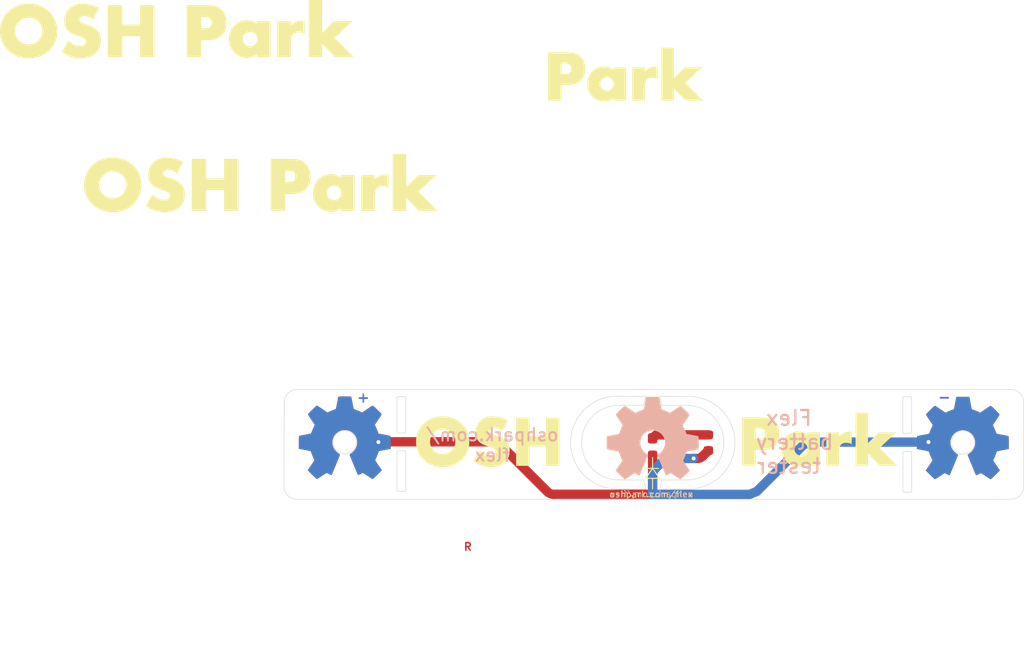
<source format=kicad_pcb>
(kicad_pcb (version 20201115) (generator pcbnew)
  (layers (0 "F.Cu" jumper) (31 "B.Cu" signal) (34 "B.Paste" user) (35 "F.Paste" user) (36 "B.SilkS" user "B.Silkscreen") (37 "F.SilkS" user "F.Silkscreen") (38 "B.Mask" user) (39 "F.Mask" user) (44 "Edge.Cuts" user))
  (net 0 "")
  (net 1 "GND")
  (net 2 "+3V3")
  (footprint "LED_SMD:LED_0603_1608Metric_Pad1.05x0.95mm_HandSolder" (layer "F.Cu") (at 153.21 96.03 90)
    (fp_text reference "D1" hide)
    (fp_text value "LED" hide)
    (pad "1" smd roundrect (at -0.875 0 90) (size 1.05 0.95) (layers "F.Cu" "F.Paste" "F.Mask") (net 2 "+3V3"))
    (pad "2" smd roundrect (at 0.875 0 90) (size 1.05 0.95) (layers "F.Cu" "F.Paste" "F.Mask") (net 1 "GND"))
  )
  (footprint "digikey-footprints:Diode_DO-35_P10mm" (layer "F.Cu") (at 153.21 93.98 -90)
    (fp_text reference "REF**" hide)
    (fp_text value "d" hide)
  )
  (footprint "flextester:oshpark-v2-osh" (layer "F.Cu") (at 118.4 92.46)
    (fp_text reference "Ref**" hide)
    (fp_text value "Val**" hide)
  )
  (footprint "afterdark:OSHW-Logo2_14.6x12mm_Copper" (layer "F.Cu") (at 184.4218 96.5152)
    (fp_text reference "J2" hide)
    (fp_text value "Conn_01x01_Female" hide)
  )
  (footprint "afterdark:OSHW-Logo2_14.6x12mm_Copper" (layer "F.Cu") (at 122.2418 96.4952)
    (fp_text reference "J2" hide)
    (fp_text value "Conn_01x01_Female" hide)
    (fp_poly (pts (xy 0.209014 -5.547002) (xy 0.367006 -5.546137) (xy 0.481347 -5.543795) (xy 0.559407 -5.539238) (xy 0.608554 -5.53173) (xy 0.636159 -5.520534) (xy 0.649592 -5.504912) (xy 0.656221 -5.484127) (xy 0.656865 -5.481437) (xy 0.666935 -5.432887) (xy 0.685575 -5.337095) (xy 0.710845 -5.204257) (xy 0.740807 -5.044569) (xy 0.773522 -4.868226) (xy 0.774664 -4.862033) (xy 0.807433 -4.689218) (xy 0.838093 -4.536531) (xy 0.864664 -4.413129) (xy 0.885167 -4.328169) (xy 0.897626 -4.29081) (xy 0.89822 -4.290148) (xy 0.934919 -4.271905) (xy 1.010586 -4.241503) (xy 1.108878 -4.205507) (xy 1.109425 -4.205315) (xy 1.233233 -4.158778) (xy 1.379196 -4.099496) (xy 1.516781 -4.039891) (xy 1.523293 -4.036944) (xy 1.74739 -3.935235) (xy 2.243619 -4.274103) (xy 2.395846 -4.377408) (xy 2.533741 -4.469763) (xy 2.649315 -4.545916) (xy 2.734579 -4.600615) (xy 2.781544 -4.628607) (xy 2.786004 -4.630683) (xy 2.820134 -4.62144) (xy 2.883881 -4.576844) (xy 2.979731 -4.494791) (xy 3.110169 -4.373179) (xy 3.243328 -4.243795) (xy 3.371694 -4.116298) (xy 3.486581 -3.999954) (xy 3.581073 -3.901948) (xy 3.648253 -3.829464) (xy 3.681206 -3.789687) (xy 3.682432 -3.787639) (xy 3.686074 -3.760344) (xy 3.67235 -3.715766) (xy 3.637869 -3.647888) (xy 3.579239 -3.550689) (xy 3.49307 -3.418149) (xy 3.3782 -3.247524) (xy 3.276254 -3.097345) (xy 3.185123 -2.96265) (xy 3.110073 -2.85126) (xy 3.056369 -2.770995) (xy 3.02928 -2.729675) (xy 3.027574 -2.72687) (xy 3.030882 -2.687279) (xy 3.055953 -2.610331) (xy 3.097798 -2.510568) (xy 3.112712 -2.478709) (xy 3.177786 -2.336774) (xy 3.247212 -2.175727) (xy 3.303609 -2.036379) (xy 3.344247 -1.932956) (xy 3.376526 -1.854358) (xy 3.395178 -1.81328) (xy 3.397497 -1.810115) (xy 3.431803 -1.804872) (xy 3.512669 -1.790506) (xy 3.629343 -1.769063) (xy 3.771075 -1.742587) (xy 3.92711 -1.713123) (xy 4.086698 -1.682717) (xy 4.239085 -1.653412) (xy 4.373521 -1.627255) (xy 4.479252 -1.60629) (xy 4.545526 -1.592561) (xy 4.561782 -1.58868) (xy 4.578573 -1.5791) (xy 4.591249 -1.557464) (xy 4.600378 -1.516469) (xy 4.606531 -1.448811) (xy 4.61028 -1.347188) (xy 4.612192 -1.204297) (xy 4.61284 -1.012835) (xy 4.612874 -0.934355) (xy 4.612874 -0.296094) (xy 4.459598 -0.26584) (xy 4.374322 -0.249436) (xy 4.24707 -0.225491) (xy 4.093315 -0.196893) (xy 3.928534 -0.166533) (xy 3.882989 -0.158194) (xy 3.730932 -0.12863) (xy 3.598468 -0.099558) (xy 3.496714 -0.073671) (xy 3.436788 -0.053663) (xy 3.426805 -0.047699) (xy 3.402293 -0.005466) (xy 3.367148 0.07637) (xy 3.328173 0.181683) (xy 3.320442 0.204368) (xy 3.26936 0.345018) (xy 3.205954 0.503714) (xy 3.143904 0.646225) (xy 3.143598 0.646886) (xy 3.040267 0.87044) (xy 3.719961 1.870232) (xy 3.283621 2.3073) (xy 3.151649 2.437381) (xy 3.031279 2.552048) (xy 2.929273 2.645181) (xy 2.852391 2.710658) (xy 2.807393 2.742357) (xy 2.800938 2.744368) (xy 2.76304 2.728529) (xy 2.685708 2.684496) (xy 2.577389 2.61749) (xy 2.446532 2.532734) (xy 2.305052 2.437816) (xy 2.161461 2.340998) (xy 2.033435 2.256751) (xy 1.929105 2.190258) (xy 1.8566 2.146702) (xy 1.824158 2.131264) (xy 1.784576 2.144328) (xy 1.709519 2.17875) (xy 1.614468 2.22738) (xy 1.604392 2.232785) (xy 1.476391 2.29698) (xy 1.388618 2.328463) (xy 1.334028 2.328798) (xy 1.305575 2.299548) (xy 1.30541 2.299138) (xy 1.291188 2.264498) (xy 1.257269 2.182269) (xy 1.206284 2.058814) (xy 1.140862 1.900498) (xy 1.063634 1.713686) (xy 0.977229 1.504742) (xy 0.893551 1.302446) (xy 0.801588 1.0792) (xy 0.71715 0.872392) (xy 0.642769 0.688362) (xy 0.580974 0.533451) (xy 0.534297 0.413996) (xy 0.505268 0.336339) (xy 0.496322 0.307356) (xy 0.518756 0.27411) (xy 0.577439 0.221123) (xy 0.655689 0.162704) (xy 0.878534 -0.022048) (xy 1.052718 -0.233818) (xy 1.176154 -0.468144) (xy 1.246754 -0.720566) (xy 1.262431 -0.986623) (xy 1.251036 -1.109425) (xy 1.18895 -1.364207) (xy 1.082023 -1.589199) (xy 0.936889 -1.782183) (xy 0.760178 -1.940939) (xy 0.558522 -2.06325) (xy 0.338554 -2.146895) (xy 0.106906 -2.189656) (xy -0.129791 -2.189313) (xy -0.364905 -2.143648) (xy -0.591804 -2.050441) (xy -0.803856 -1.907473) (xy -0.892364 -1.826617) (xy -1.062111 -1.618993) (xy -1.180301 -1.392105) (xy -1.247722 -1.152567) (xy -1.26516 -0.906993) (xy -1.233402 -0.661997) (xy -1.153235 -0.424192) (xy -1.025445 -0.200193) (xy -0.85082 0.003387) (xy -0.655688 0.162704) (xy -0.574409 0.223602) (xy -0.516991 0.276015) (xy -0.496322 0.307406) (xy -0.507144 0.341639) (xy -0.537923 0.423419) (xy -0.586126 0.546407) (xy -0.649222 0.704263) (xy -0.724678 0.890649) (xy -0.809962 1.099226) (xy -0.893781 1.302496) (xy -0.986255 1.525933) (xy -1.071911 1.732984) (xy -1.148118 1.917286) (xy -1.212247 2.072475) (xy -1.261668 2.192188) (xy -1.293752 2.270061) (xy -1.305641 2.299138) (xy -1.333726 2.328677) (xy -1.388051 2.328591) (xy -1.475605 2.297326) (xy -1.603381 2.233329) (xy -1.604392 2.232785) (xy -1.700598 2.183121) (xy -1.778369 2.146945) (xy -1.822223 2.131408) (xy -1.824158 2.131264) (xy -1.857171 2.147024) (xy -1.930054 2.19085) (xy -2.034678 2.257557) (xy -2.16291 2.341964) (xy -2.305052 2.437816) (xy -2.449767 2.534867) (xy -2.580196 2.61927) (xy -2.68789 2.685801) (xy -2.764402 2.729238) (xy -2.800938 2.744368) (xy -2.834582 2.724482) (xy -2.902224 2.668903) (xy -2.997107 2.583754) (xy -3.11247 2.475153) (xy -3.241555 2.349221) (xy -3.283771 2.307149) (xy -3.720261 1.869931) (xy -3.388023 1.38234) (xy -3.287054 1.232605) (xy -3.198438 1.09822) (xy -3.127146 0.986969) (xy -3.07815 0.906639) (xy -3.056422 0.865014) (xy -3.055785 0.862053) (xy -3.06724 0.822818) (xy -3.098051 0.743895) (xy -3.142884 0.638509) (xy -3.174353 0.567954) (xy -3.233192 0.432876) (xy -3.288604 0.296409) (xy -3.331564 0.181103) (xy -3.343234 0.145977) (xy -3.376389 0.052174) (xy -3.408799 -0.020306) (xy -3.426601 -0.047699) (xy -3.465886 -0.064464) (xy -3.551626 -0.08823) (xy -3.672697 -0.116303) (xy -3.817973 -0.145991) (xy -3.882988 -0.158194) (xy -4.048087 -0.188532) (xy -4.206448 -0.217907) (xy -4.342596 -0.243431) (xy -4.441057 -0.262215) (xy -4.459598 -0.26584) (xy -4.612873 -0.296094) (xy -4.612873 -0.934355) (xy -4.612529 -1.14423) (xy -4.611116 -1.30302) (xy -4.608064 -1.418027) (xy -4.602803 -1.496554) (xy -4.594763 -1.545904) (xy -4.583373 -1.573381) (xy -4.568063 -1.586287) (xy -4.561782 -1.58868) (xy -4.523896 -1.597167) (xy -4.440195 -1.6141) (xy -4.321433 -1.637434) (xy -4.178361 -1.665125) (xy -4.021732 -1.695127) (xy -3.862297 -1.725396) (xy -3.710809 -1.753885) (xy -3.578019 -1.778551) (xy -3.474681 -1.797349) (xy -3.411545 -1.808233) (xy -3.397497 -1.810115) (xy -3.38477 -1.835296) (xy -3.3566 -1.902378) (xy -3.318252 -1.998667) (xy -3.303609 -2.036379) (xy -3.244548 -2.182079) (xy -3.175 -2.343049) (xy -3.112712 -2.478709) (xy -3.066879 -2.582439) (xy -3.036387 -2.667674) (xy -3.026208 -2.719874) (xy -3.027831 -2.72687) (xy -3.049343 -2.759898) (xy -3.098465 -2.833357) (xy -3.169923 -2.939423) (xy -3.258445 -3.070274) (xy -3.358759 -3.218088) (xy -3.378594 -3.247266) (xy -3.494988 -3.420137) (xy -3.580548 -3.551774) (xy -3.638684 -3.648239) (xy -3.672808 -3.715592) (xy -3.686331 -3.759894) (xy -3.682664 -3.787206) (xy -3.68257 -3.78738) (xy -3.653707 -3.823254) (xy -3.589867 -3.892609) (xy -3.497969 -3.988255) (xy -3.384933 -4.103001) (xy -3.257679 -4.229659) (xy -3.243328 -4.243795) (xy -3.082957 -4.399097) (xy -2.959195 -4.51313) (xy -2.869555 -4.587998) (xy -2.811552 -4.625804) (xy -2.786004 -4.630683) (xy -2.748718 -4.609397) (xy -2.671343 -4.560227) (xy -2.561867 -4.488425) (xy -2.42828 -4.399245) (xy -2.27857 -4.297937) (xy -2.243618 -4.274103) (xy -1.74739 -3.935235) (xy -1.523293 -4.036944) (xy -1.387011 -4.096217) (xy -1.240724 -4.15583) (xy -1.114965 -4.20336) (xy -1.109425 -4.205315) (xy -1.011057 -4.241323) (xy -0.935229 -4.271771) (xy -0.898282 -4.290095) (xy -0.89822 -4.290148) (xy -0.886496 -4.323271) (xy -0.866568 -4.404733) (xy -0.840413 -4.525375) (xy -0.81001 -4.676041) (xy -0.777337 -4.847572) (xy -0.774664 -4.862033) (xy -0.74189 -5.038765) (xy -0.711802 -5.19919) (xy -0.686339 -5.333112) (xy -0.667441 -5.430337) (xy -0.657047 -5.480668) (xy -0.656865 -5.481437) (xy -0.650539 -5.502847) (xy -0.638239 -5.519012) (xy -0.612594 -5.530669) (xy -0.566235 -5.538555) (xy -0.491792 -5.543407) (xy -0.381895 -5.545961) (xy -0.229175 -5.546955) (xy -0.026262 -5.547126) (xy 0 -5.547126) (xy 0.209014 -5.547002)) (layer "F.Cu") (width 0.01) (fill solid))
  )
  (footprint "flextester:oshpark-v2-osh" (layer "F.Cu") (at 147.65 81.35)
    (fp_text reference "Ref**" hide)
    (fp_text value "Val**" hide)
  )
  (footprint "afterdark:OSHW-Logo2_14.6x12mm_Copper" (layer "F.Cu") (at 153.22 96.54)
    (fp_text reference "J2" hide)
    (fp_text value "Conn_01x01_Female" hide)
  )
  (footprint "afterdark:OSHW-Logo2_14.6x12mm_Copper" (layer "F.Cu") (at 122.2418 96.4952)
    (fp_text reference "J2" hide)
    (fp_text value "Conn_01x01_Female" hide)
  )
  (footprint "flextester:oshpark-v2-osh" (layer "F.Cu") (at 167.18 118.1)
    (fp_text reference "Ref**" hide)
    (fp_text value "Val**" hide)
  )
  (footprint "afterdark:OSHW-Logo2_14.6x12mm_Copper" (layer "F.Cu") (at 184.4218 96.5152)
    (fp_text reference "J2" hide)
    (fp_text value "Conn_01x01_Female" hide)
    (fp_poly (pts (xy 0.209014 -5.547002) (xy 0.367006 -5.546137) (xy 0.481347 -5.543795) (xy 0.559407 -5.539238) (xy 0.608554 -5.53173) (xy 0.636159 -5.520534) (xy 0.649592 -5.504912) (xy 0.656221 -5.484127) (xy 0.656865 -5.481437) (xy 0.666935 -5.432887) (xy 0.685575 -5.337095) (xy 0.710845 -5.204257) (xy 0.740807 -5.044569) (xy 0.773522 -4.868226) (xy 0.774664 -4.862033) (xy 0.807433 -4.689218) (xy 0.838093 -4.536531) (xy 0.864664 -4.413129) (xy 0.885167 -4.328169) (xy 0.897626 -4.29081) (xy 0.89822 -4.290148) (xy 0.934919 -4.271905) (xy 1.010586 -4.241503) (xy 1.108878 -4.205507) (xy 1.109425 -4.205315) (xy 1.233233 -4.158778) (xy 1.379196 -4.099496) (xy 1.516781 -4.039891) (xy 1.523293 -4.036944) (xy 1.74739 -3.935235) (xy 2.243619 -4.274103) (xy 2.395846 -4.377408) (xy 2.533741 -4.469763) (xy 2.649315 -4.545916) (xy 2.734579 -4.600615) (xy 2.781544 -4.628607) (xy 2.786004 -4.630683) (xy 2.820134 -4.62144) (xy 2.883881 -4.576844) (xy 2.979731 -4.494791) (xy 3.110169 -4.373179) (xy 3.243328 -4.243795) (xy 3.371694 -4.116298) (xy 3.486581 -3.999954) (xy 3.581073 -3.901948) (xy 3.648253 -3.829464) (xy 3.681206 -3.789687) (xy 3.682432 -3.787639) (xy 3.686074 -3.760344) (xy 3.67235 -3.715766) (xy 3.637869 -3.647888) (xy 3.579239 -3.550689) (xy 3.49307 -3.418149) (xy 3.3782 -3.247524) (xy 3.276254 -3.097345) (xy 3.185123 -2.96265) (xy 3.110073 -2.85126) (xy 3.056369 -2.770995) (xy 3.02928 -2.729675) (xy 3.027574 -2.72687) (xy 3.030882 -2.687279) (xy 3.055953 -2.610331) (xy 3.097798 -2.510568) (xy 3.112712 -2.478709) (xy 3.177786 -2.336774) (xy 3.247212 -2.175727) (xy 3.303609 -2.036379) (xy 3.344247 -1.932956) (xy 3.376526 -1.854358) (xy 3.395178 -1.81328) (xy 3.397497 -1.810115) (xy 3.431803 -1.804872) (xy 3.512669 -1.790506) (xy 3.629343 -1.769063) (xy 3.771075 -1.742587) (xy 3.92711 -1.713123) (xy 4.086698 -1.682717) (xy 4.239085 -1.653412) (xy 4.373521 -1.627255) (xy 4.479252 -1.60629) (xy 4.545526 -1.592561) (xy 4.561782 -1.58868) (xy 4.578573 -1.5791) (xy 4.591249 -1.557464) (xy 4.600378 -1.516469) (xy 4.606531 -1.448811) (xy 4.61028 -1.347188) (xy 4.612192 -1.204297) (xy 4.61284 -1.012835) (xy 4.612874 -0.934355) (xy 4.612874 -0.296094) (xy 4.459598 -0.26584) (xy 4.374322 -0.249436) (xy 4.24707 -0.225491) (xy 4.093315 -0.196893) (xy 3.928534 -0.166533) (xy 3.882989 -0.158194) (xy 3.730932 -0.12863) (xy 3.598468 -0.099558) (xy 3.496714 -0.073671) (xy 3.436788 -0.053663) (xy 3.426805 -0.047699) (xy 3.402293 -0.005466) (xy 3.367148 0.07637) (xy 3.328173 0.181683) (xy 3.320442 0.204368) (xy 3.26936 0.345018) (xy 3.205954 0.503714) (xy 3.143904 0.646225) (xy 3.143598 0.646886) (xy 3.040267 0.87044) (xy 3.719961 1.870232) (xy 3.283621 2.3073) (xy 3.151649 2.437381) (xy 3.031279 2.552048) (xy 2.929273 2.645181) (xy 2.852391 2.710658) (xy 2.807393 2.742357) (xy 2.800938 2.744368) (xy 2.76304 2.728529) (xy 2.685708 2.684496) (xy 2.577389 2.61749) (xy 2.446532 2.532734) (xy 2.305052 2.437816) (xy 2.161461 2.340998) (xy 2.033435 2.256751) (xy 1.929105 2.190258) (xy 1.8566 2.146702) (xy 1.824158 2.131264) (xy 1.784576 2.144328) (xy 1.709519 2.17875) (xy 1.614468 2.22738) (xy 1.604392 2.232785) (xy 1.476391 2.29698) (xy 1.388618 2.328463) (xy 1.334028 2.328798) (xy 1.305575 2.299548) (xy 1.30541 2.299138) (xy 1.291188 2.264498) (xy 1.257269 2.182269) (xy 1.206284 2.058814) (xy 1.140862 1.900498) (xy 1.063634 1.713686) (xy 0.977229 1.504742) (xy 0.893551 1.302446) (xy 0.801588 1.0792) (xy 0.71715 0.872392) (xy 0.642769 0.688362) (xy 0.580974 0.533451) (xy 0.534297 0.413996) (xy 0.505268 0.336339) (xy 0.496322 0.307356) (xy 0.518756 0.27411) (xy 0.577439 0.221123) (xy 0.655689 0.162704) (xy 0.878534 -0.022048) (xy 1.052718 -0.233818) (xy 1.176154 -0.468144) (xy 1.246754 -0.720566) (xy 1.262431 -0.986623) (xy 1.251036 -1.109425) (xy 1.18895 -1.364207) (xy 1.082023 -1.589199) (xy 0.936889 -1.782183) (xy 0.760178 -1.940939) (xy 0.558522 -2.06325) (xy 0.338554 -2.146895) (xy 0.106906 -2.189656) (xy -0.129791 -2.189313) (xy -0.364905 -2.143648) (xy -0.591804 -2.050441) (xy -0.803856 -1.907473) (xy -0.892364 -1.826617) (xy -1.062111 -1.618993) (xy -1.180301 -1.392105) (xy -1.247722 -1.152567) (xy -1.26516 -0.906993) (xy -1.233402 -0.661997) (xy -1.153235 -0.424192) (xy -1.025445 -0.200193) (xy -0.85082 0.003387) (xy -0.655688 0.162704) (xy -0.574409 0.223602) (xy -0.516991 0.276015) (xy -0.496322 0.307406) (xy -0.507144 0.341639) (xy -0.537923 0.423419) (xy -0.586126 0.546407) (xy -0.649222 0.704263) (xy -0.724678 0.890649) (xy -0.809962 1.099226) (xy -0.893781 1.302496) (xy -0.986255 1.525933) (xy -1.071911 1.732984) (xy -1.148118 1.917286) (xy -1.212247 2.072475) (xy -1.261668 2.192188) (xy -1.293752 2.270061) (xy -1.305641 2.299138) (xy -1.333726 2.328677) (xy -1.388051 2.328591) (xy -1.475605 2.297326) (xy -1.603381 2.233329) (xy -1.604392 2.232785) (xy -1.700598 2.183121) (xy -1.778369 2.146945) (xy -1.822223 2.131408) (xy -1.824158 2.131264) (xy -1.857171 2.147024) (xy -1.930054 2.19085) (xy -2.034678 2.257557) (xy -2.16291 2.341964) (xy -2.305052 2.437816) (xy -2.449767 2.534867) (xy -2.580196 2.61927) (xy -2.68789 2.685801) (xy -2.764402 2.729238) (xy -2.800938 2.744368) (xy -2.834582 2.724482) (xy -2.902224 2.668903) (xy -2.997107 2.583754) (xy -3.11247 2.475153) (xy -3.241555 2.349221) (xy -3.283771 2.307149) (xy -3.720261 1.869931) (xy -3.388023 1.38234) (xy -3.287054 1.232605) (xy -3.198438 1.09822) (xy -3.127146 0.986969) (xy -3.07815 0.906639) (xy -3.056422 0.865014) (xy -3.055785 0.862053) (xy -3.06724 0.822818) (xy -3.098051 0.743895) (xy -3.142884 0.638509) (xy -3.174353 0.567954) (xy -3.233192 0.432876) (xy -3.288604 0.296409) (xy -3.331564 0.181103) (xy -3.343234 0.145977) (xy -3.376389 0.052174) (xy -3.408799 -0.020306) (xy -3.426601 -0.047699) (xy -3.465886 -0.064464) (xy -3.551626 -0.08823) (xy -3.672697 -0.116303) (xy -3.817973 -0.145991) (xy -3.882988 -0.158194) (xy -4.048087 -0.188532) (xy -4.206448 -0.217907) (xy -4.342596 -0.243431) (xy -4.441057 -0.262215) (xy -4.459598 -0.26584) (xy -4.612873 -0.296094) (xy -4.612873 -0.934355) (xy -4.612529 -1.14423) (xy -4.611116 -1.30302) (xy -4.608064 -1.418027) (xy -4.602803 -1.496554) (xy -4.594763 -1.545904) (xy -4.583373 -1.573381) (xy -4.568063 -1.586287) (xy -4.561782 -1.58868) (xy -4.523896 -1.597167) (xy -4.440195 -1.6141) (xy -4.321433 -1.637434) (xy -4.178361 -1.665125) (xy -4.021732 -1.695127) (xy -3.862297 -1.725396) (xy -3.710809 -1.753885) (xy -3.578019 -1.778551) (xy -3.474681 -1.797349) (xy -3.411545 -1.808233) (xy -3.397497 -1.810115) (xy -3.38477 -1.835296) (xy -3.3566 -1.902378) (xy -3.318252 -1.998667) (xy -3.303609 -2.036379) (xy -3.244548 -2.182079) (xy -3.175 -2.343049) (xy -3.112712 -2.478709) (xy -3.066879 -2.582439) (xy -3.036387 -2.667674) (xy -3.026208 -2.719874) (xy -3.027831 -2.72687) (xy -3.049343 -2.759898) (xy -3.098465 -2.833357) (xy -3.169923 -2.939423) (xy -3.258445 -3.070274) (xy -3.358759 -3.218088) (xy -3.378594 -3.247266) (xy -3.494988 -3.420137) (xy -3.580548 -3.551774) (xy -3.638684 -3.648239) (xy -3.672808 -3.715592) (xy -3.686331 -3.759894) (xy -3.682664 -3.787206) (xy -3.68257 -3.78738) (xy -3.653707 -3.823254) (xy -3.589867 -3.892609) (xy -3.497969 -3.988255) (xy -3.384933 -4.103001) (xy -3.257679 -4.229659) (xy -3.243328 -4.243795) (xy -3.082957 -4.399097) (xy -2.959195 -4.51313) (xy -2.869555 -4.587998) (xy -2.811552 -4.625804) (xy -2.786004 -4.630683) (xy -2.748718 -4.609397) (xy -2.671343 -4.560227) (xy -2.561867 -4.488425) (xy -2.42828 -4.399245) (xy -2.27857 -4.297937) (xy -2.243618 -4.274103) (xy -1.74739 -3.935235) (xy -1.523293 -4.036944) (xy -1.387011 -4.096217) (xy -1.240724 -4.15583) (xy -1.114965 -4.20336) (xy -1.109425 -4.205315) (xy -1.011057 -4.241323) (xy -0.935229 -4.271771) (xy -0.898282 -4.290095) (xy -0.89822 -4.290148) (xy -0.886496 -4.323271) (xy -0.866568 -4.404733) (xy -0.840413 -4.525375) (xy -0.81001 -4.676041) (xy -0.777337 -4.847572) (xy -0.774664 -4.862033) (xy -0.74189 -5.038765) (xy -0.711802 -5.19919) (xy -0.686339 -5.333112) (xy -0.667441 -5.430337) (xy -0.657047 -5.480668) (xy -0.656865 -5.481437) (xy -0.650539 -5.502847) (xy -0.638239 -5.519012) (xy -0.612594 -5.530669) (xy -0.566235 -5.538555) (xy -0.491792 -5.543407) (xy -0.381895 -5.545961) (xy -0.229175 -5.546955) (xy -0.026262 -5.547126) (xy 0 -5.547126) (xy 0.209014 -5.547002)) (layer "F.Cu") (width 0.01) (fill solid))
  )
  (footprint "flextester:oshpark-v2-osh" (layer "F.Cu") (at 151.8 118.12)
    (fp_text reference "Ref**" hide)
    (fp_text value "Val**" hide)
  )
  (footprint "Resistor_SMD:R_0603_1608Metric" (layer "F.Cu") (at 158.82 95.59 90)
    (fp_text reference "REF**" hide)
    (fp_text value "R_0603_1608Metric" hide)
    (pad "1" smd roundrect (at -0.7875 0 90) (size 0.875 0.95) (layers "F.Cu" "F.Paste" "F.Mask"))
    (pad "2" smd roundrect (at 0.7875 0 90) (size 0.875 0.95) (layers "F.Cu" "F.Paste" "F.Mask"))
  )
  (footprint "flextester:oshpark-v2-osh" (layer "F.Cu") (at 109.95 76.97)
    (fp_text reference "Ref**" hide)
    (fp_text value "Val**" hide)
  )
  (footprint "afterdark:OSHW-Logo2_14.6x12mm_Copper" (layer "B.Cu") (at 122.2418 96.4952 180)
    (fp_text reference "J2" hide)
    (fp_text value "Conn_01x01_Female" hide)
  )
  (footprint "afterdark:OSHW-Logo2_14.6x12mm_Copper" (layer "B.Cu") (at 184.4318 96.5152 180)
    (fp_text reference "J2" hide)
    (fp_text value "Conn_01x01_Female" hide)
  )
  (footprint "afterdark:OSHW-Logo2_14.6x12mm_Copper" (layer "B.Cu") (at 153.22 96.53 180)
    (fp_text reference "J2" hide)
    (fp_text value "Conn_01x01_Female" hide)
  )
  (footprint "afterdark:OSHW-Logo2_14.6x12mm_Copper" (layer "B.Cu") (at 184.4218 96.5152 180)
    (fp_text reference "J2" hide)
    (fp_text value "Conn_01x01_Female" hide)
    (fp_poly (pts (xy 0.209014 5.547002) (xy 0.367006 5.546137) (xy 0.481347 5.543795) (xy 0.559407 5.539238) (xy 0.608554 5.53173) (xy 0.636159 5.520534) (xy 0.649592 5.504912) (xy 0.656221 5.484127) (xy 0.656865 5.481437) (xy 0.666935 5.432887) (xy 0.685575 5.337095) (xy 0.710845 5.204257) (xy 0.740807 5.044569) (xy 0.773522 4.868226) (xy 0.774664 4.862033) (xy 0.807433 4.689218) (xy 0.838093 4.536531) (xy 0.864664 4.413129) (xy 0.885167 4.328169) (xy 0.897626 4.29081) (xy 0.89822 4.290148) (xy 0.934919 4.271905) (xy 1.010586 4.241503) (xy 1.108878 4.205507) (xy 1.109425 4.205315) (xy 1.233233 4.158778) (xy 1.379196 4.099496) (xy 1.516781 4.039891) (xy 1.523293 4.036944) (xy 1.74739 3.935235) (xy 2.243619 4.274103) (xy 2.395846 4.377408) (xy 2.533741 4.469763) (xy 2.649315 4.545916) (xy 2.734579 4.600615) (xy 2.781544 4.628607) (xy 2.786004 4.630683) (xy 2.820134 4.62144) (xy 2.883881 4.576844) (xy 2.979731 4.494791) (xy 3.110169 4.373179) (xy 3.243328 4.243795) (xy 3.371694 4.116298) (xy 3.486581 3.999954) (xy 3.581073 3.901948) (xy 3.648253 3.829464) (xy 3.681206 3.789687) (xy 3.682432 3.787639) (xy 3.686074 3.760344) (xy 3.67235 3.715766) (xy 3.637869 3.647888) (xy 3.579239 3.550689) (xy 3.49307 3.418149) (xy 3.3782 3.247524) (xy 3.276254 3.097345) (xy 3.185123 2.96265) (xy 3.110073 2.85126) (xy 3.056369 2.770995) (xy 3.02928 2.729675) (xy 3.027574 2.72687) (xy 3.030882 2.687279) (xy 3.055953 2.610331) (xy 3.097798 2.510568) (xy 3.112712 2.478709) (xy 3.177786 2.336774) (xy 3.247212 2.175727) (xy 3.303609 2.036379) (xy 3.344247 1.932956) (xy 3.376526 1.854358) (xy 3.395178 1.81328) (xy 3.397497 1.810115) (xy 3.431803 1.804872) (xy 3.512669 1.790506) (xy 3.629343 1.769063) (xy 3.771075 1.742587) (xy 3.92711 1.713123) (xy 4.086698 1.682717) (xy 4.239085 1.653412) (xy 4.373521 1.627255) (xy 4.479252 1.60629) (xy 4.545526 1.592561) (xy 4.561782 1.58868) (xy 4.578573 1.5791) (xy 4.591249 1.557464) (xy 4.600378 1.516469) (xy 4.606531 1.448811) (xy 4.61028 1.347188) (xy 4.612192 1.204297) (xy 4.61284 1.012835) (xy 4.612874 0.934355) (xy 4.612874 0.296094) (xy 4.459598 0.26584) (xy 4.374322 0.249436) (xy 4.24707 0.225491) (xy 4.093315 0.196893) (xy 3.928534 0.166533) (xy 3.882989 0.158194) (xy 3.730932 0.12863) (xy 3.598468 0.099558) (xy 3.496714 0.073671) (xy 3.436788 0.053663) (xy 3.426805 0.047699) (xy 3.402293 0.005466) (xy 3.367148 -0.07637) (xy 3.328173 -0.181683) (xy 3.320442 -0.204368) (xy 3.26936 -0.345018) (xy 3.205954 -0.503714) (xy 3.143904 -0.646225) (xy 3.143598 -0.646886) (xy 3.040267 -0.87044) (xy 3.719961 -1.870232) (xy 3.283621 -2.3073) (xy 3.151649 -2.437381) (xy 3.031279 -2.552048) (xy 2.929273 -2.645181) (xy 2.852391 -2.710658) (xy 2.807393 -2.742357) (xy 2.800938 -2.744368) (xy 2.76304 -2.728529) (xy 2.685708 -2.684496) (xy 2.577389 -2.61749) (xy 2.446532 -2.532734) (xy 2.305052 -2.437816) (xy 2.161461 -2.340998) (xy 2.033435 -2.256751) (xy 1.929105 -2.190258) (xy 1.8566 -2.146702) (xy 1.824158 -2.131264) (xy 1.784576 -2.144328) (xy 1.709519 -2.17875) (xy 1.614468 -2.22738) (xy 1.604392 -2.232785) (xy 1.476391 -2.29698) (xy 1.388618 -2.328463) (xy 1.334028 -2.328798) (xy 1.305575 -2.299548) (xy 1.30541 -2.299138) (xy 1.291188 -2.264498) (xy 1.257269 -2.182269) (xy 1.206284 -2.058814) (xy 1.140862 -1.900498) (xy 1.063634 -1.713686) (xy 0.977229 -1.504742) (xy 0.893551 -1.302446) (xy 0.801588 -1.0792) (xy 0.71715 -0.872392) (xy 0.642769 -0.688362) (xy 0.580974 -0.533451) (xy 0.534297 -0.413996) (xy 0.505268 -0.336339) (xy 0.496322 -0.307356) (xy 0.518756 -0.27411) (xy 0.577439 -0.221123) (xy 0.655689 -0.162704) (xy 0.878534 0.022048) (xy 1.052718 0.233818) (xy 1.176154 0.468144) (xy 1.246754 0.720566) (xy 1.262431 0.986623) (xy 1.251036 1.109425) (xy 1.18895 1.364207) (xy 1.082023 1.589199) (xy 0.936889 1.782183) (xy 0.760178 1.940939) (xy 0.558522 2.06325) (xy 0.338554 2.146895) (xy 0.106906 2.189656) (xy -0.129791 2.189313) (xy -0.364905 2.143648) (xy -0.591804 2.050441) (xy -0.803856 1.907473) (xy -0.892364 1.826617) (xy -1.062111 1.618993) (xy -1.180301 1.392105) (xy -1.247722 1.152567) (xy -1.26516 0.906993) (xy -1.233402 0.661997) (xy -1.153235 0.424192) (xy -1.025445 0.200193) (xy -0.85082 -0.003387) (xy -0.655688 -0.162704) (xy -0.574409 -0.223602) (xy -0.516991 -0.276015) (xy -0.496322 -0.307406) (xy -0.507144 -0.341639) (xy -0.537923 -0.423419) (xy -0.586126 -0.546407) (xy -0.649222 -0.704263) (xy -0.724678 -0.890649) (xy -0.809962 -1.099226) (xy -0.893781 -1.302496) (xy -0.986255 -1.525933) (xy -1.071911 -1.732984) (xy -1.148118 -1.917286) (xy -1.212247 -2.072475) (xy -1.261668 -2.192188) (xy -1.293752 -2.270061) (xy -1.305641 -2.299138) (xy -1.333726 -2.328677) (xy -1.388051 -2.328591) (xy -1.475605 -2.297326) (xy -1.603381 -2.233329) (xy -1.604392 -2.232785) (xy -1.700598 -2.183121) (xy -1.778369 -2.146945) (xy -1.822223 -2.131408) (xy -1.824158 -2.131264) (xy -1.857171 -2.147024) (xy -1.930054 -2.19085) (xy -2.034678 -2.257557) (xy -2.16291 -2.341964) (xy -2.305052 -2.437816) (xy -2.449767 -2.534867) (xy -2.580196 -2.61927) (xy -2.68789 -2.685801) (xy -2.764402 -2.729238) (xy -2.800938 -2.744368) (xy -2.834582 -2.724482) (xy -2.902224 -2.668903) (xy -2.997107 -2.583754) (xy -3.11247 -2.475153) (xy -3.241555 -2.349221) (xy -3.283771 -2.307149) (xy -3.720261 -1.869931) (xy -3.388023 -1.38234) (xy -3.287054 -1.232605) (xy -3.198438 -1.09822) (xy -3.127146 -0.986969) (xy -3.07815 -0.906639) (xy -3.056422 -0.865014) (xy -3.055785 -0.862053) (xy -3.06724 -0.822818) (xy -3.098051 -0.743895) (xy -3.142884 -0.638509) (xy -3.174353 -0.567954) (xy -3.233192 -0.432876) (xy -3.288604 -0.296409) (xy -3.331564 -0.181103) (xy -3.343234 -0.145977) (xy -3.376389 -0.052174) (xy -3.408799 0.020306) (xy -3.426601 0.047699) (xy -3.465886 0.064464) (xy -3.551626 0.08823) (xy -3.672697 0.116303) (xy -3.817973 0.145991) (xy -3.882988 0.158194) (xy -4.048087 0.188532) (xy -4.206448 0.217907) (xy -4.342596 0.243431) (xy -4.441057 0.262215) (xy -4.459598 0.26584) (xy -4.612873 0.296094) (xy -4.612873 0.934355) (xy -4.612529 1.14423) (xy -4.611116 1.30302) (xy -4.608064 1.418027) (xy -4.602803 1.496554) (xy -4.594763 1.545904) (xy -4.583373 1.573381) (xy -4.568063 1.586287) (xy -4.561782 1.58868) (xy -4.523896 1.597167) (xy -4.440195 1.6141) (xy -4.321433 1.637434) (xy -4.178361 1.665125) (xy -4.021732 1.695127) (xy -3.862297 1.725396) (xy -3.710809 1.753885) (xy -3.578019 1.778551) (xy -3.474681 1.797349) (xy -3.411545 1.808233) (xy -3.397497 1.810115) (xy -3.38477 1.835296) (xy -3.3566 1.902378) (xy -3.318252 1.998667) (xy -3.303609 2.036379) (xy -3.244548 2.182079) (xy -3.175 2.343049) (xy -3.112712 2.478709) (xy -3.066879 2.582439) (xy -3.036387 2.667674) (xy -3.026208 2.719874) (xy -3.027831 2.72687) (xy -3.049343 2.759898) (xy -3.098465 2.833357) (xy -3.169923 2.939423) (xy -3.258445 3.070274) (xy -3.358759 3.218088) (xy -3.378594 3.247266) (xy -3.494988 3.420137) (xy -3.580548 3.551774) (xy -3.638684 3.648239) (xy -3.672808 3.715592) (xy -3.686331 3.759894) (xy -3.682664 3.787206) (xy -3.68257 3.78738) (xy -3.653707 3.823254) (xy -3.589867 3.892609) (xy -3.497969 3.988255) (xy -3.384933 4.103001) (xy -3.257679 4.229659) (xy -3.243328 4.243795) (xy -3.082957 4.399097) (xy -2.959195 4.51313) (xy -2.869555 4.587998) (xy -2.811552 4.625804) (xy -2.786004 4.630683) (xy -2.748718 4.609397) (xy -2.671343 4.560227) (xy -2.561867 4.488425) (xy -2.42828 4.399245) (xy -2.27857 4.297937) (xy -2.243618 4.274103) (xy -1.74739 3.935235) (xy -1.523293 4.036944) (xy -1.387011 4.096217) (xy -1.240724 4.15583) (xy -1.114965 4.20336) (xy -1.109425 4.205315) (xy -1.011057 4.241323) (xy -0.935229 4.271771) (xy -0.898282 4.290095) (xy -0.89822 4.290148) (xy -0.886496 4.323271) (xy -0.866568 4.404733) (xy -0.840413 4.525375) (xy -0.81001 4.676041) (xy -0.777337 4.847572) (xy -0.774664 4.862033) (xy -0.74189 5.038765) (xy -0.711802 5.19919) (xy -0.686339 5.333112) (xy -0.667441 5.430337) (xy -0.657047 5.480668) (xy -0.656865 5.481437) (xy -0.650539 5.502847) (xy -0.638239 5.519012) (xy -0.612594 5.530669) (xy -0.566235 5.538555) (xy -0.491792 5.543407) (xy -0.381895 5.545961) (xy -0.229175 5.546955) (xy -0.026262 5.547126) (xy 0 5.547126) (xy 0.209014 5.547002)) (layer "B.Cu") (width 0.01) (fill solid))
  )
  (footprint "afterdark:OSHW-Logo2_14.6x12mm_Copper" (layer "B.Cu") (at 122.2418 96.4952 180)
    (fp_text reference "J2" hide)
    (fp_text value "Conn_01x01_Female" hide)
    (fp_poly (pts (xy 0.209014 5.547002) (xy 0.367006 5.546137) (xy 0.481347 5.543795) (xy 0.559407 5.539238) (xy 0.608554 5.53173) (xy 0.636159 5.520534) (xy 0.649592 5.504912) (xy 0.656221 5.484127) (xy 0.656865 5.481437) (xy 0.666935 5.432887) (xy 0.685575 5.337095) (xy 0.710845 5.204257) (xy 0.740807 5.044569) (xy 0.773522 4.868226) (xy 0.774664 4.862033) (xy 0.807433 4.689218) (xy 0.838093 4.536531) (xy 0.864664 4.413129) (xy 0.885167 4.328169) (xy 0.897626 4.29081) (xy 0.89822 4.290148) (xy 0.934919 4.271905) (xy 1.010586 4.241503) (xy 1.108878 4.205507) (xy 1.109425 4.205315) (xy 1.233233 4.158778) (xy 1.379196 4.099496) (xy 1.516781 4.039891) (xy 1.523293 4.036944) (xy 1.74739 3.935235) (xy 2.243619 4.274103) (xy 2.395846 4.377408) (xy 2.533741 4.469763) (xy 2.649315 4.545916) (xy 2.734579 4.600615) (xy 2.781544 4.628607) (xy 2.786004 4.630683) (xy 2.820134 4.62144) (xy 2.883881 4.576844) (xy 2.979731 4.494791) (xy 3.110169 4.373179) (xy 3.243328 4.243795) (xy 3.371694 4.116298) (xy 3.486581 3.999954) (xy 3.581073 3.901948) (xy 3.648253 3.829464) (xy 3.681206 3.789687) (xy 3.682432 3.787639) (xy 3.686074 3.760344) (xy 3.67235 3.715766) (xy 3.637869 3.647888) (xy 3.579239 3.550689) (xy 3.49307 3.418149) (xy 3.3782 3.247524) (xy 3.276254 3.097345) (xy 3.185123 2.96265) (xy 3.110073 2.85126) (xy 3.056369 2.770995) (xy 3.02928 2.729675) (xy 3.027574 2.72687) (xy 3.030882 2.687279) (xy 3.055953 2.610331) (xy 3.097798 2.510568) (xy 3.112712 2.478709) (xy 3.177786 2.336774) (xy 3.247212 2.175727) (xy 3.303609 2.036379) (xy 3.344247 1.932956) (xy 3.376526 1.854358) (xy 3.395178 1.81328) (xy 3.397497 1.810115) (xy 3.431803 1.804872) (xy 3.512669 1.790506) (xy 3.629343 1.769063) (xy 3.771075 1.742587) (xy 3.92711 1.713123) (xy 4.086698 1.682717) (xy 4.239085 1.653412) (xy 4.373521 1.627255) (xy 4.479252 1.60629) (xy 4.545526 1.592561) (xy 4.561782 1.58868) (xy 4.578573 1.5791) (xy 4.591249 1.557464) (xy 4.600378 1.516469) (xy 4.606531 1.448811) (xy 4.61028 1.347188) (xy 4.612192 1.204297) (xy 4.61284 1.012835) (xy 4.612874 0.934355) (xy 4.612874 0.296094) (xy 4.459598 0.26584) (xy 4.374322 0.249436) (xy 4.24707 0.225491) (xy 4.093315 0.196893) (xy 3.928534 0.166533) (xy 3.882989 0.158194) (xy 3.730932 0.12863) (xy 3.598468 0.099558) (xy 3.496714 0.073671) (xy 3.436788 0.053663) (xy 3.426805 0.047699) (xy 3.402293 0.005466) (xy 3.367148 -0.07637) (xy 3.328173 -0.181683) (xy 3.320442 -0.204368) (xy 3.26936 -0.345018) (xy 3.205954 -0.503714) (xy 3.143904 -0.646225) (xy 3.143598 -0.646886) (xy 3.040267 -0.87044) (xy 3.719961 -1.870232) (xy 3.283621 -2.3073) (xy 3.151649 -2.437381) (xy 3.031279 -2.552048) (xy 2.929273 -2.645181) (xy 2.852391 -2.710658) (xy 2.807393 -2.742357) (xy 2.800938 -2.744368) (xy 2.76304 -2.728529) (xy 2.685708 -2.684496) (xy 2.577389 -2.61749) (xy 2.446532 -2.532734) (xy 2.305052 -2.437816) (xy 2.161461 -2.340998) (xy 2.033435 -2.256751) (xy 1.929105 -2.190258) (xy 1.8566 -2.146702) (xy 1.824158 -2.131264) (xy 1.784576 -2.144328) (xy 1.709519 -2.17875) (xy 1.614468 -2.22738) (xy 1.604392 -2.232785) (xy 1.476391 -2.29698) (xy 1.388618 -2.328463) (xy 1.334028 -2.328798) (xy 1.305575 -2.299548) (xy 1.30541 -2.299138) (xy 1.291188 -2.264498) (xy 1.257269 -2.182269) (xy 1.206284 -2.058814) (xy 1.140862 -1.900498) (xy 1.063634 -1.713686) (xy 0.977229 -1.504742) (xy 0.893551 -1.302446) (xy 0.801588 -1.0792) (xy 0.71715 -0.872392) (xy 0.642769 -0.688362) (xy 0.580974 -0.533451) (xy 0.534297 -0.413996) (xy 0.505268 -0.336339) (xy 0.496322 -0.307356) (xy 0.518756 -0.27411) (xy 0.577439 -0.221123) (xy 0.655689 -0.162704) (xy 0.878534 0.022048) (xy 1.052718 0.233818) (xy 1.176154 0.468144) (xy 1.246754 0.720566) (xy 1.262431 0.986623) (xy 1.251036 1.109425) (xy 1.18895 1.364207) (xy 1.082023 1.589199) (xy 0.936889 1.782183) (xy 0.760178 1.940939) (xy 0.558522 2.06325) (xy 0.338554 2.146895) (xy 0.106906 2.189656) (xy -0.129791 2.189313) (xy -0.364905 2.143648) (xy -0.591804 2.050441) (xy -0.803856 1.907473) (xy -0.892364 1.826617) (xy -1.062111 1.618993) (xy -1.180301 1.392105) (xy -1.247722 1.152567) (xy -1.26516 0.906993) (xy -1.233402 0.661997) (xy -1.153235 0.424192) (xy -1.025445 0.200193) (xy -0.85082 -0.003387) (xy -0.655688 -0.162704) (xy -0.574409 -0.223602) (xy -0.516991 -0.276015) (xy -0.496322 -0.307406) (xy -0.507144 -0.341639) (xy -0.537923 -0.423419) (xy -0.586126 -0.546407) (xy -0.649222 -0.704263) (xy -0.724678 -0.890649) (xy -0.809962 -1.099226) (xy -0.893781 -1.302496) (xy -0.986255 -1.525933) (xy -1.071911 -1.732984) (xy -1.148118 -1.917286) (xy -1.212247 -2.072475) (xy -1.261668 -2.192188) (xy -1.293752 -2.270061) (xy -1.305641 -2.299138) (xy -1.333726 -2.328677) (xy -1.388051 -2.328591) (xy -1.475605 -2.297326) (xy -1.603381 -2.233329) (xy -1.604392 -2.232785) (xy -1.700598 -2.183121) (xy -1.778369 -2.146945) (xy -1.822223 -2.131408) (xy -1.824158 -2.131264) (xy -1.857171 -2.147024) (xy -1.930054 -2.19085) (xy -2.034678 -2.257557) (xy -2.16291 -2.341964) (xy -2.305052 -2.437816) (xy -2.449767 -2.534867) (xy -2.580196 -2.61927) (xy -2.68789 -2.685801) (xy -2.764402 -2.729238) (xy -2.800938 -2.744368) (xy -2.834582 -2.724482) (xy -2.902224 -2.668903) (xy -2.997107 -2.583754) (xy -3.11247 -2.475153) (xy -3.241555 -2.349221) (xy -3.283771 -2.307149) (xy -3.720261 -1.869931) (xy -3.388023 -1.38234) (xy -3.287054 -1.232605) (xy -3.198438 -1.09822) (xy -3.127146 -0.986969) (xy -3.07815 -0.906639) (xy -3.056422 -0.865014) (xy -3.055785 -0.862053) (xy -3.06724 -0.822818) (xy -3.098051 -0.743895) (xy -3.142884 -0.638509) (xy -3.174353 -0.567954) (xy -3.233192 -0.432876) (xy -3.288604 -0.296409) (xy -3.331564 -0.181103) (xy -3.343234 -0.145977) (xy -3.376389 -0.052174) (xy -3.408799 0.020306) (xy -3.426601 0.047699) (xy -3.465886 0.064464) (xy -3.551626 0.08823) (xy -3.672697 0.116303) (xy -3.817973 0.145991) (xy -3.882988 0.158194) (xy -4.048087 0.188532) (xy -4.206448 0.217907) (xy -4.342596 0.243431) (xy -4.441057 0.262215) (xy -4.459598 0.26584) (xy -4.612873 0.296094) (xy -4.612873 0.934355) (xy -4.612529 1.14423) (xy -4.611116 1.30302) (xy -4.608064 1.418027) (xy -4.602803 1.496554) (xy -4.594763 1.545904) (xy -4.583373 1.573381) (xy -4.568063 1.586287) (xy -4.561782 1.58868) (xy -4.523896 1.597167) (xy -4.440195 1.6141) (xy -4.321433 1.637434) (xy -4.178361 1.665125) (xy -4.021732 1.695127) (xy -3.862297 1.725396) (xy -3.710809 1.753885) (xy -3.578019 1.778551) (xy -3.474681 1.797349) (xy -3.411545 1.808233) (xy -3.397497 1.810115) (xy -3.38477 1.835296) (xy -3.3566 1.902378) (xy -3.318252 1.998667) (xy -3.303609 2.036379) (xy -3.244548 2.182079) (xy -3.175 2.343049) (xy -3.112712 2.478709) (xy -3.066879 2.582439) (xy -3.036387 2.667674) (xy -3.026208 2.719874) (xy -3.027831 2.72687) (xy -3.049343 2.759898) (xy -3.098465 2.833357) (xy -3.169923 2.939423) (xy -3.258445 3.070274) (xy -3.358759 3.218088) (xy -3.378594 3.247266) (xy -3.494988 3.420137) (xy -3.580548 3.551774) (xy -3.638684 3.648239) (xy -3.672808 3.715592) (xy -3.686331 3.759894) (xy -3.682664 3.787206) (xy -3.68257 3.78738) (xy -3.653707 3.823254) (xy -3.589867 3.892609) (xy -3.497969 3.988255) (xy -3.384933 4.103001) (xy -3.257679 4.229659) (xy -3.243328 4.243795) (xy -3.082957 4.399097) (xy -2.959195 4.51313) (xy -2.869555 4.587998) (xy -2.811552 4.625804) (xy -2.786004 4.630683) (xy -2.748718 4.609397) (xy -2.671343 4.560227) (xy -2.561867 4.488425) (xy -2.42828 4.399245) (xy -2.27857 4.297937) (xy -2.243618 4.274103) (xy -1.74739 3.935235) (xy -1.523293 4.036944) (xy -1.387011 4.096217) (xy -1.240724 4.15583) (xy -1.114965 4.20336) (xy -1.109425 4.205315) (xy -1.011057 4.241323) (xy -0.935229 4.271771) (xy -0.898282 4.290095) (xy -0.89822 4.290148) (xy -0.886496 4.323271) (xy -0.866568 4.404733) (xy -0.840413 4.525375) (xy -0.81001 4.676041) (xy -0.777337 4.847572) (xy -0.774664 4.862033) (xy -0.74189 5.038765) (xy -0.711802 5.19919) (xy -0.686339 5.333112) (xy -0.667441 5.430337) (xy -0.657047 5.480668) (xy -0.656865 5.481437) (xy -0.650539 5.502847) (xy -0.638239 5.519012) (xy -0.612594 5.530669) (xy -0.566235 5.538555) (xy -0.491792 5.543407) (xy -0.381895 5.545961) (xy -0.229175 5.546955) (xy -0.026262 5.547126) (xy 0 5.547126) (xy 0.209014 5.547002)) (layer "B.Cu") (width 0.01) (fill solid))
  )
  (gr_line (start 120.9421 101.28758) (end 117.43714 101.28758) (layer "Edge.Cuts") (width 0.05))
  (gr_line (start 184.70118 101.28758) (end 120.9421 101.28758) (layer "Edge.Cuts") (width 0.05))
  (gr_arc (start 117.43714 99.972866) (end 117.43714 101.28758) (angle 90) (layer "Edge.Cuts") (width 0.05))
  (gr_line (start 116.145286 91.545674) (end 116.122426 99.972866) (layer "Edge.Cuts") (width 0.05))
  (gr_arc (start 128.248603 91.064197) (end 128.248603 90.937197) (angle 90) (layer "Edge.Cuts") (width 0.05))
  (gr_circle (center 122.2418 95.5554) (end 123.4102 95.5554) (layer "Edge.Cuts") (width 0.05) (fill none))
  (gr_line (start 153.925 100.242032) (end 156.8325 100.25184) (layer "Edge.Cuts") (width 0.05))
  (gr_line (start 178.396697 100.448704) (end 178.396697 96.600104) (layer "Edge.Cuts") (width 0.05))
  (gr_arc (start 149.625 95.575) (end 149.625 100.235096) (angle 180) (layer "Edge.Cuts") (width 0.05))
  (gr_arc (start 178.523697 100.448704) (end 178.523697 100.575704) (angle 90) (layer "Edge.Cuts") (width 0.05))
  (gr_line (start 184.72404 90.23096) (end 189.22 90.23) (layer "Edge.Cuts") (width 0.05))
  (gr_arc (start 178.5042 94.511704) (end 178.5042 94.638704) (angle 90) (layer "Edge.Cuts") (width 0.05))
  (gr_arc (start 178.523697 96.600104) (end 178.396697 96.600104) (angle 90) (layer "Edge.Cuts") (width 0.05))
  (gr_line (start 128.3728 96.5257) (end 128.3728 100.3743) (layer "Edge.Cuts") (width 0.05))
  (gr_line (start 127.617 96.3987) (end 128.2458 96.3987) (layer "Edge.Cuts") (width 0.05))
  (gr_line (start 154.15 99.341648) (end 153.925 100.242032) (layer "Edge.Cuts") (width 0.05))
  (gr_line (start 190.534714 91.544714) (end 190.557574 99.971906) (layer "Edge.Cuts") (width 0.05))
  (gr_arc (start 127.617 96.5257) (end 127.49 96.5257) (angle 90) (layer "Edge.Cuts") (width 0.05))
  (gr_arc (start 127.619803 91.064197) (end 127.492803 91.064197) (angle 90) (layer "Edge.Cuts") (width 0.05))
  (gr_arc (start 156.6275 95.583324) (end 156.6275 91.825) (angle 180) (layer "Edge.Cuts") (width 0.05))
  (gr_arc (start 149.83 95.58342) (end 149.83 99.341744) (angle 180) (layer "Edge.Cuts") (width 0.05))
  (gr_line (start 178.5042 90.965901) (end 179.133 90.965901) (layer "Edge.Cuts") (width 0.05))
  (gr_line (start 128.2458 100.5013) (end 127.617 100.5013) (layer "Edge.Cuts") (width 0.05))
  (gr_line (start 153.925 90.92184) (end 156.8325 90.931648) (layer "Edge.Cuts") (width 0.05))
  (gr_line (start 127.492803 94.483) (end 127.492803 91.064197) (layer "Edge.Cuts") (width 0.05))
  (gr_line (start 183.89854 90.23096) (end 184.72404 90.23096) (layer "Edge.Cuts") (width 0.05))
  (gr_arc (start 127.619803 94.483) (end 127.619803 94.61) (angle 90) (layer "Edge.Cuts") (width 0.05))
  (gr_line (start 152.3075 99.341744) (end 152.5325 100.244904) (layer "Edge.Cuts") (width 0.05))
  (gr_line (start 127.619803 90.937197) (end 128.248603 90.937197) (layer "Edge.Cuts") (width 0.05))
  (gr_arc (start 128.248603 94.483) (end 128.375603 94.483) (angle 90) (layer "Edge.Cuts") (width 0.05))
  (gr_arc (start 189.22 91.544714) (end 189.22 90.23) (angle 90) (layer "Edge.Cuts") (width 0.05))
  (gr_arc (start 127.617 100.3743) (end 127.617 100.5013) (angle 90) (layer "Edge.Cuts") (width 0.05))
  (gr_arc (start 156.8325 95.591744) (end 156.8325 90.931648) (angle 180) (layer "Edge.Cuts") (width 0.05))
  (gr_line (start 184.70118 101.28758) (end 186.28 101.294714) (layer "Edge.Cuts") (width 0.05))
  (gr_line (start 117.46 90.23096) (end 183.89854 90.23096) (layer "Edge.Cuts") (width 0.05))
  (gr_line (start 149.83 99.341744) (end 152.3075 99.341744) (layer "Edge.Cuts") (width 0.05))
  (gr_line (start 154.15 91.825) (end 153.925 90.92184) (layer "Edge.Cuts") (width 0.05))
  (gr_circle (center 184.4316 95.57) (end 185.6 95.57) (layer "Edge.Cuts") (width 0.05) (fill none))
  (gr_arc (start 179.133 94.511704) (end 179.26 94.511704) (angle 90) (layer "Edge.Cuts") (width 0.05))
  (gr_line (start 152.3075 91.825096) (end 152.5325 90.924712) (layer "Edge.Cuts") (width 0.05))
  (gr_line (start 156.6275 91.825) (end 154.15 91.825) (layer "Edge.Cuts") (width 0.05))
  (gr_line (start 152.5325 90.924712) (end 149.625 90.914904) (layer "Edge.Cuts") (width 0.05))
  (gr_line (start 128.375603 91.064197) (end 128.375603 94.483) (layer "Edge.Cuts") (width 0.05))
  (gr_line (start 178.3772 94.511704) (end 178.3772 91.092901) (layer "Edge.Cuts") (width 0.05))
  (gr_arc (start 117.46 91.545674) (end 117.46 90.23096) (angle -90) (layer "Edge.Cuts") (width 0.05))
  (gr_arc (start 179.152497 96.600104) (end 179.152497 96.473104) (angle 90) (layer "Edge.Cuts") (width 0.05))
  (gr_arc (start 179.152497 100.448704) (end 179.279497 100.448704) (angle 90) (layer "Edge.Cuts") (width 0.05))
  (gr_line (start 179.133 94.638704) (end 178.5042 94.638704) (layer "Edge.Cuts") (width 0.05))
  (gr_arc (start 179.133 91.092901) (end 179.133 90.965901) (angle 90) (layer "Edge.Cuts") (width 0.05))
  (gr_line (start 186.28 101.294714) (end 189.24286 101.28662) (layer "Edge.Cuts") (width 0.05))
  (gr_line (start 152.3075 91.825096) (end 149.83 91.825096) (layer "Edge.Cuts") (width 0.05))
  (gr_line (start 179.26 91.092901) (end 179.26 94.511704) (layer "Edge.Cuts") (width 0.05))
  (gr_arc (start 178.5042 91.092901) (end 178.3772 91.092901) (angle 90) (layer "Edge.Cuts") (width 0.05))
  (gr_line (start 154.15 99.341648) (end 156.6275 99.341648) (layer "Edge.Cuts") (width 0.05))
  (gr_line (start 178.523697 96.473104) (end 179.152497 96.473104) (layer "Edge.Cuts") (width 0.05))
  (gr_line (start 152.5325 100.244904) (end 149.625 100.235096) (layer "Edge.Cuts") (width 0.05))
  (gr_line (start 179.279497 96.600104) (end 179.279497 100.448704) (layer "Edge.Cuts") (width 0.05))
  (gr_arc (start 128.2458 96.5257) (end 128.2458 96.3987) (angle 90) (layer "Edge.Cuts") (width 0.05))
  (gr_arc (start 189.24286 99.971906) (end 189.24286 101.28662) (angle -90) (layer "Edge.Cuts") (width 0.05))
  (gr_line (start 128.248603 94.61) (end 127.619803 94.61) (layer "Edge.Cuts") (width 0.05))
  (gr_line (start 179.152497 100.575704) (end 178.523697 100.575704) (layer "Edge.Cuts") (width 0.05))
  (gr_line (start 127.49 100.3743) (end 127.49 96.5257) (layer "Edge.Cuts") (width 0.05))
  (gr_arc (start 128.2458 100.3743) (end 128.3728 100.3743) (angle 90) (layer "Edge.Cuts") (width 0.05))
  (gr_text "R" (at 134.62 106.07) (layer "F.Cu") (effects (font (size 0.762 0.762) (thickness 0.1524))))
  (gr_text "-" (at 182.56 90.99) (layer "F.Cu") (effects (font (size 1.016 1.016) (thickness 0.1524)) (justify mirror)))
  (gr_text "+" (at 124.11 91.03) (layer "F.Cu") (effects (font (size 1.016 1.016) (thickness 0.1524)) (justify mirror)))
  (gr_text "+" (at 124.1 91.02) (layer "B.Cu") (effects (font (size 1.016 1.016) (thickness 0.1524)) (justify mirror)))
  (gr_text "-" (at 182.57 91) (layer "B.Cu") (effects (font (size 1.016 1.016) (thickness 0.1524)) (justify mirror)))
  (gr_text "oshpark.com/\nflex" (at 137.09 95.82) (layer "B.SilkS") (effects (font (size 1.27 1.27) (thickness 0.2032)) (justify mirror)))
  (gr_text "oshpark.com/flex" (at 153.1112 100.76307) (layer "B.SilkS") (effects (font (size 0.635 0.635) (thickness 0.0762)) (justify mirror)))
  (gr_text "Flex\nbattery \ntester" (at 166.93 95.53) (layer "B.SilkS") (effects (font (size 1.5 1.5) (thickness 0.2286)) (justify mirror)))
  (gr_text "oshpark.com/flex" (at 153.0604 100.7872) (layer "F.SilkS") (effects (font (size 0.6096 0.635) (thickness 0.0762))))
  (segment (start 158.82 96.3775) (end 158.252547 96.944953) (width 0.9398) (layer "F.Cu") (net 0))
  (segment (start 157.685094 97.18) (end 157.34 97.18) (width 0.9398) (layer "F.Cu") (net 0))
  (via (at 157.34 97.18) (size 0.8) (drill 0.4) (layers "F.Cu" "B.Cu") (net 0))
  (arc (start 158.252547 96.944953) (mid 157.992197 97.118913) (end 157.685094 97.18) (width 0.9398) (layer "F.Cu") (net 0))
  (segment (start 157.34 97.18) (end 154.914214 97.18) (width 0.9398) (layer "B.Cu") (net 0))
  (arc (start 154.914214 97.18) (mid 154.531531 97.25612) (end 154.207107 97.472893) (width 0.9398) (layer "B.Cu") (net 0))
  (segment (start 153.21 95.155) (end 153.459255 94.905745) (width 0.9398) (layer "F.Cu") (net 1))
  (segment (start 158.82 94.8025) (end 153.605265 94.8025) (width 0.9398) (layer "F.Cu") (net 1))
  (via (at 180.9674 95.5246) (size 0.8) (drill 0.4) (layers "F.Cu" "B.Cu") (net 1))
  (arc (start 153.605265 94.8025) (mid 153.565755 94.810359) (end 153.53226 94.83274) (width 0.9398) (layer "F.Cu") (net 1))
  (arc (start 153.459255 94.905745) (mid 153.573614 94.829333) (end 153.70851 94.8025) (width 0.9398) (layer "F.Cu") (net 1))
  (segment (start 168.367707 95.822293) (end 163.692893 100.497107) (width 0.9398) (layer "B.Cu") (net 1))
  (segment (start 180.9626 95.5294) (end 180.9674 95.5246) (width 0.9398) (layer "B.Cu") (net 1))
  (segment (start 173.4057 95.5294) (end 169.061754 95.5294) (width 0.9398) (layer "B.Cu") (net 1))
  (segment (start 153.21 98.95) (end 153.21 100.79) (width 0.9398) (layer "B.Cu") (net 1))
  (segment (start 169.074813 95.5294) (end 168.367707 95.822293) (width 0.9398) (layer "B.Cu") (net 1))
  (segment (start 163.692893 100.497107) (end 162.985786 100.79) (width 0.9398) (layer "B.Cu") (net 1))
  (segment (start 154.207107 97.472893) (end 153.502046 98.177954) (width 0.9398) (layer "B.Cu") (net 1))
  (segment (start 173.4057 95.5294) (end 180.9626 95.5294) (width 0.9398) (layer "B.Cu") (net 1))
  (segment (start 162.985786 100.79) (end 153.21 100.79) (width 0.9398) (layer "B.Cu") (net 1))
  (arc (start 153.502046 98.177954) (mid 153.2859 98.501439) (end 153.21 98.883015) (width 0.9398) (layer "B.Cu") (net 1))
  (arc (start 169.061754 95.5294) (mid 169.05958 95.528967) (end 169.057736 95.527736) (width 0.9398) (layer "B.Cu") (net 1))
  (arc (start 169.053718 95.523718) (mid 169.060011 95.527923) (end 169.067435 95.5294) (width 0.9398) (layer "B.Cu") (net 1))
  (segment (start 131.0675 95.5) (end 137.185786 95.5) (width 0.9398) (layer "F.Cu") (net 2))
  (segment (start 125.62 95.53) (end 125.6206 95.5294) (width 0.25) (layer "F.Cu") (net 2))
  (segment (start 153.195858 100.78) (end 143.26 100.78) (width 0.9398) (layer "F.Cu") (net 2))
  (segment (start 131.0675 95.5) (end 131.0675 95.601612) (width 0.25) (layer "F.Cu") (net 2))
  (segment (start 153.21 96.85) (end 153.21 100.79) (width 0.9398) (layer "F.Cu") (net 2))
  (segment (start 125.62 95.53) (end 126.35 95.53) (width 0.9398) (layer "F.Cu") (net 2))
  (segment (start 137.892893 95.792893) (end 142.597107 100.497107) (width 0.9398) (layer "F.Cu") (net 2))
  (segment (start 131.0675 95.5) (end 125.52 95.5) (width 0.9398) (layer "F.Cu") (net 2))
  (segment (start 153.21 100.79) (end 153.202929 100.782929) (width 0.9398) (layer "F.Cu") (net 2))
  (via (at 125.62 95.53) (size 0.8) (drill 0.4) (layers "F.Cu" "B.Cu") (net 2))
  (arc (start 153.202929 100.782929) (mid 153.199685 100.780761) (end 153.195858 100.78) (width 0.9398) (layer "F.Cu") (net 2))
  (arc (start 142.597107 100.497107) (mid 142.92153 100.71388) (end 143.304213 100.79) (width 0.9398) (layer "F.Cu") (net 2))
  (arc (start 137.185786 95.5) (mid 137.568469 95.57612) (end 137.892893 95.792893) (width 0.9398) (layer "F.Cu") (net 2))
  (arc (start 131.0675 95.601612) (mid 131.072258 95.62553) (end 131.085806 95.645806) (width 0.25) (layer "F.Cu") (net 2))
)
</source>
